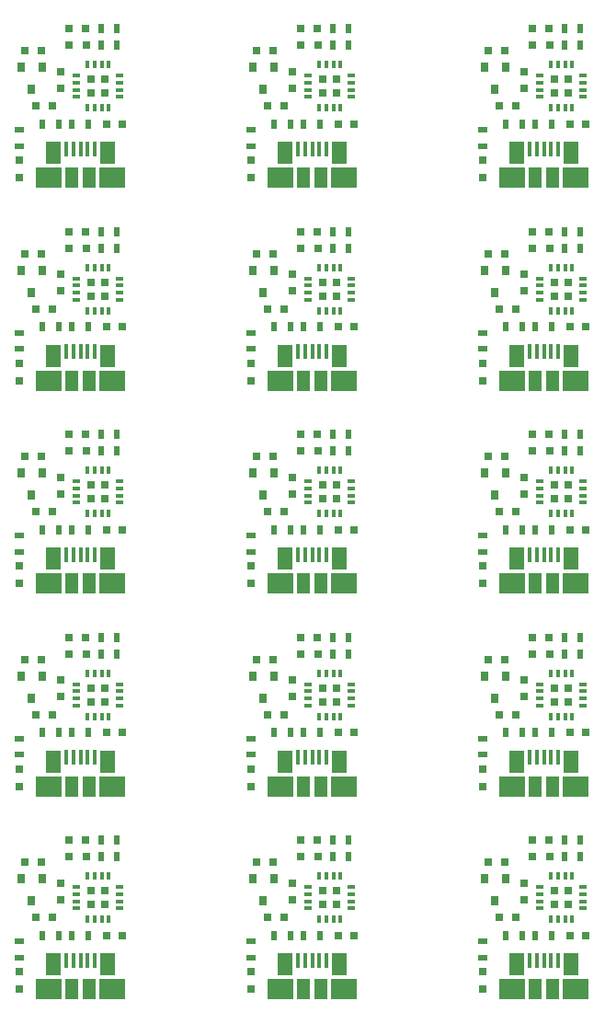
<source format=gtp>
G04 #@! TF.FileFunction,Paste,Top*
%FSLAX46Y46*%
G04 Gerber Fmt 4.6, Leading zero omitted, Abs format (unit mm)*
G04 Created by KiCad (PCBNEW 4.0.5+dfsg1-4) date Mon Jul 16 11:57:44 2018*
%MOMM*%
%LPD*%
G01*
G04 APERTURE LIST*
%ADD10C,0.100000*%
%ADD11R,0.900000X0.500000*%
%ADD12R,0.800000X0.800000*%
%ADD13R,0.800000X0.900000*%
%ADD14R,0.800000X0.750000*%
%ADD15R,0.500000X0.900000*%
%ADD16R,0.450000X1.380000*%
%ADD17R,1.475000X2.100000*%
%ADD18R,2.375000X1.900000*%
%ADD19R,1.175000X1.900000*%
%ADD20R,0.750000X0.800000*%
%ADD21R,0.800000X0.350000*%
%ADD22R,0.350000X0.800000*%
%ADD23R,0.750000X0.750000*%
G04 APERTURE END LIST*
D10*
D11*
X165100000Y-137160000D03*
X165100000Y-135660000D03*
D12*
X165100000Y-138481000D03*
X165100000Y-140081000D03*
D13*
X167193000Y-129937000D03*
X165293000Y-129937000D03*
X166243000Y-131937000D03*
D14*
X167120000Y-128397000D03*
X165620000Y-128397000D03*
D11*
X143764000Y-137160000D03*
X143764000Y-135660000D03*
D12*
X143764000Y-138481000D03*
X143764000Y-140081000D03*
D14*
X146788000Y-133477000D03*
X145288000Y-133477000D03*
D15*
X145923000Y-135128000D03*
X147423000Y-135128000D03*
D16*
X148101000Y-137421000D03*
X148751000Y-137421000D03*
X149401000Y-137421000D03*
X150051000Y-137421000D03*
X150701000Y-137421000D03*
D17*
X146938500Y-137781000D03*
X151863500Y-137781000D03*
D18*
X146491000Y-140081000D03*
X152311000Y-140081000D03*
D19*
X148561000Y-140081000D03*
X150241000Y-140081000D03*
D14*
X153289000Y-135128000D03*
X151789000Y-135128000D03*
D15*
X150102000Y-135128000D03*
X148602000Y-135128000D03*
X151269000Y-126365000D03*
X152769000Y-126365000D03*
D12*
X149898000Y-126365000D03*
X148298000Y-126365000D03*
D20*
X147574000Y-131814000D03*
X147574000Y-130314000D03*
D21*
X149035000Y-130683000D03*
X149035000Y-131333000D03*
X149035000Y-131983000D03*
X149035000Y-132633000D03*
D22*
X150060000Y-133658000D03*
X150710000Y-133658000D03*
X151360000Y-133658000D03*
X152010000Y-133658000D03*
D21*
X153035000Y-132633000D03*
X153035000Y-131983000D03*
X153035000Y-131333000D03*
X153035000Y-130683000D03*
D22*
X152010000Y-129658000D03*
X151360000Y-129658000D03*
X150710000Y-129658000D03*
X150060000Y-129658000D03*
D23*
X151660000Y-132283000D03*
X151660000Y-131033000D03*
X150410000Y-132283000D03*
X150410000Y-131033000D03*
D12*
X149936000Y-127889000D03*
X148336000Y-127889000D03*
D15*
X151269000Y-127889000D03*
X152769000Y-127889000D03*
D20*
X168910000Y-131814000D03*
X168910000Y-130314000D03*
D21*
X170371000Y-130683000D03*
X170371000Y-131333000D03*
X170371000Y-131983000D03*
X170371000Y-132633000D03*
D22*
X171396000Y-133658000D03*
X172046000Y-133658000D03*
X172696000Y-133658000D03*
X173346000Y-133658000D03*
D21*
X174371000Y-132633000D03*
X174371000Y-131983000D03*
X174371000Y-131333000D03*
X174371000Y-130683000D03*
D22*
X173346000Y-129658000D03*
X172696000Y-129658000D03*
X172046000Y-129658000D03*
X171396000Y-129658000D03*
D23*
X172996000Y-132283000D03*
X172996000Y-131033000D03*
X171746000Y-132283000D03*
X171746000Y-131033000D03*
D14*
X174625000Y-135128000D03*
X173125000Y-135128000D03*
D15*
X171438000Y-135128000D03*
X169938000Y-135128000D03*
D16*
X169437000Y-137421000D03*
X170087000Y-137421000D03*
X170737000Y-137421000D03*
X171387000Y-137421000D03*
X172037000Y-137421000D03*
D17*
X168274500Y-137781000D03*
X173199500Y-137781000D03*
D18*
X167827000Y-140081000D03*
X173647000Y-140081000D03*
D19*
X169897000Y-140081000D03*
X171577000Y-140081000D03*
D14*
X168124000Y-133477000D03*
X166624000Y-133477000D03*
D15*
X167259000Y-135128000D03*
X168759000Y-135128000D03*
X172605000Y-126365000D03*
X174105000Y-126365000D03*
D12*
X171272000Y-127889000D03*
X169672000Y-127889000D03*
D15*
X172605000Y-127889000D03*
X174105000Y-127889000D03*
D12*
X171234000Y-126365000D03*
X169634000Y-126365000D03*
D11*
X122428000Y-137160000D03*
X122428000Y-135660000D03*
D12*
X122428000Y-138481000D03*
X122428000Y-140081000D03*
D16*
X126765000Y-137421000D03*
X127415000Y-137421000D03*
X128065000Y-137421000D03*
X128715000Y-137421000D03*
X129365000Y-137421000D03*
D17*
X125602500Y-137781000D03*
X130527500Y-137781000D03*
D18*
X125155000Y-140081000D03*
X130975000Y-140081000D03*
D19*
X127225000Y-140081000D03*
X128905000Y-140081000D03*
D14*
X131953000Y-135128000D03*
X130453000Y-135128000D03*
D15*
X128766000Y-135128000D03*
X127266000Y-135128000D03*
D21*
X127699000Y-130683000D03*
X127699000Y-131333000D03*
X127699000Y-131983000D03*
X127699000Y-132633000D03*
D22*
X128724000Y-133658000D03*
X129374000Y-133658000D03*
X130024000Y-133658000D03*
X130674000Y-133658000D03*
D21*
X131699000Y-132633000D03*
X131699000Y-131983000D03*
X131699000Y-131333000D03*
X131699000Y-130683000D03*
D22*
X130674000Y-129658000D03*
X130024000Y-129658000D03*
X129374000Y-129658000D03*
X128724000Y-129658000D03*
D23*
X130324000Y-132283000D03*
X130324000Y-131033000D03*
X129074000Y-132283000D03*
X129074000Y-131033000D03*
D15*
X129933000Y-127889000D03*
X131433000Y-127889000D03*
D12*
X128600000Y-127889000D03*
X127000000Y-127889000D03*
X128562000Y-126365000D03*
X126962000Y-126365000D03*
D15*
X129933000Y-126365000D03*
X131433000Y-126365000D03*
X124587000Y-135128000D03*
X126087000Y-135128000D03*
D14*
X125452000Y-133477000D03*
X123952000Y-133477000D03*
X124448000Y-128397000D03*
X122948000Y-128397000D03*
D20*
X126238000Y-131814000D03*
X126238000Y-130314000D03*
D13*
X124521000Y-129937000D03*
X122621000Y-129937000D03*
X123571000Y-131937000D03*
D14*
X145784000Y-128397000D03*
X144284000Y-128397000D03*
D13*
X145857000Y-129937000D03*
X143957000Y-129937000D03*
X144907000Y-131937000D03*
D15*
X129933000Y-109220000D03*
X131433000Y-109220000D03*
X129933000Y-107696000D03*
X131433000Y-107696000D03*
D12*
X128600000Y-109220000D03*
X127000000Y-109220000D03*
X128562000Y-107696000D03*
X126962000Y-107696000D03*
D16*
X126765000Y-118752000D03*
X127415000Y-118752000D03*
X128065000Y-118752000D03*
X128715000Y-118752000D03*
X129365000Y-118752000D03*
D17*
X125602500Y-119112000D03*
X130527500Y-119112000D03*
D18*
X125155000Y-121412000D03*
X130975000Y-121412000D03*
D19*
X127225000Y-121412000D03*
X128905000Y-121412000D03*
D14*
X125452000Y-114808000D03*
X123952000Y-114808000D03*
D21*
X127699000Y-112014000D03*
X127699000Y-112664000D03*
X127699000Y-113314000D03*
X127699000Y-113964000D03*
D22*
X128724000Y-114989000D03*
X129374000Y-114989000D03*
X130024000Y-114989000D03*
X130674000Y-114989000D03*
D21*
X131699000Y-113964000D03*
X131699000Y-113314000D03*
X131699000Y-112664000D03*
X131699000Y-112014000D03*
D22*
X130674000Y-110989000D03*
X130024000Y-110989000D03*
X129374000Y-110989000D03*
X128724000Y-110989000D03*
D23*
X130324000Y-113614000D03*
X130324000Y-112364000D03*
X129074000Y-113614000D03*
X129074000Y-112364000D03*
D15*
X128766000Y-116459000D03*
X127266000Y-116459000D03*
X124587000Y-116459000D03*
X126087000Y-116459000D03*
D14*
X131953000Y-116459000D03*
X130453000Y-116459000D03*
D20*
X126238000Y-113145000D03*
X126238000Y-111645000D03*
D12*
X122428000Y-119812000D03*
X122428000Y-121412000D03*
D11*
X122428000Y-118491000D03*
X122428000Y-116991000D03*
D13*
X124521000Y-111268000D03*
X122621000Y-111268000D03*
X123571000Y-113268000D03*
D14*
X124448000Y-109728000D03*
X122948000Y-109728000D03*
X174625000Y-116459000D03*
X173125000Y-116459000D03*
D15*
X171438000Y-116459000D03*
X169938000Y-116459000D03*
D16*
X169437000Y-118752000D03*
X170087000Y-118752000D03*
X170737000Y-118752000D03*
X171387000Y-118752000D03*
X172037000Y-118752000D03*
D17*
X168274500Y-119112000D03*
X173199500Y-119112000D03*
D18*
X167827000Y-121412000D03*
X173647000Y-121412000D03*
D19*
X169897000Y-121412000D03*
X171577000Y-121412000D03*
D14*
X168124000Y-114808000D03*
X166624000Y-114808000D03*
D15*
X167259000Y-116459000D03*
X168759000Y-116459000D03*
D12*
X165100000Y-119812000D03*
X165100000Y-121412000D03*
D11*
X165100000Y-118491000D03*
X165100000Y-116991000D03*
D14*
X167120000Y-109728000D03*
X165620000Y-109728000D03*
D13*
X167193000Y-111268000D03*
X165293000Y-111268000D03*
X166243000Y-113268000D03*
D15*
X172605000Y-107696000D03*
X174105000Y-107696000D03*
D21*
X170371000Y-112014000D03*
X170371000Y-112664000D03*
X170371000Y-113314000D03*
X170371000Y-113964000D03*
D22*
X171396000Y-114989000D03*
X172046000Y-114989000D03*
X172696000Y-114989000D03*
X173346000Y-114989000D03*
D21*
X174371000Y-113964000D03*
X174371000Y-113314000D03*
X174371000Y-112664000D03*
X174371000Y-112014000D03*
D22*
X173346000Y-110989000D03*
X172696000Y-110989000D03*
X172046000Y-110989000D03*
X171396000Y-110989000D03*
D23*
X172996000Y-113614000D03*
X172996000Y-112364000D03*
X171746000Y-113614000D03*
X171746000Y-112364000D03*
D20*
X168910000Y-113145000D03*
X168910000Y-111645000D03*
D12*
X171272000Y-109220000D03*
X169672000Y-109220000D03*
D15*
X172605000Y-109220000D03*
X174105000Y-109220000D03*
D12*
X171234000Y-107696000D03*
X169634000Y-107696000D03*
D14*
X146788000Y-114808000D03*
X145288000Y-114808000D03*
X145784000Y-109728000D03*
X144284000Y-109728000D03*
D13*
X145857000Y-111268000D03*
X143957000Y-111268000D03*
X144907000Y-113268000D03*
D16*
X148101000Y-118752000D03*
X148751000Y-118752000D03*
X149401000Y-118752000D03*
X150051000Y-118752000D03*
X150701000Y-118752000D03*
D17*
X146938500Y-119112000D03*
X151863500Y-119112000D03*
D18*
X146491000Y-121412000D03*
X152311000Y-121412000D03*
D19*
X148561000Y-121412000D03*
X150241000Y-121412000D03*
D11*
X143764000Y-118491000D03*
X143764000Y-116991000D03*
D12*
X143764000Y-119812000D03*
X143764000Y-121412000D03*
D20*
X147574000Y-113145000D03*
X147574000Y-111645000D03*
D14*
X153289000Y-116459000D03*
X151789000Y-116459000D03*
D15*
X145923000Y-116459000D03*
X147423000Y-116459000D03*
D21*
X149035000Y-112014000D03*
X149035000Y-112664000D03*
X149035000Y-113314000D03*
X149035000Y-113964000D03*
D22*
X150060000Y-114989000D03*
X150710000Y-114989000D03*
X151360000Y-114989000D03*
X152010000Y-114989000D03*
D21*
X153035000Y-113964000D03*
X153035000Y-113314000D03*
X153035000Y-112664000D03*
X153035000Y-112014000D03*
D22*
X152010000Y-110989000D03*
X151360000Y-110989000D03*
X150710000Y-110989000D03*
X150060000Y-110989000D03*
D23*
X151660000Y-113614000D03*
X151660000Y-112364000D03*
X150410000Y-113614000D03*
X150410000Y-112364000D03*
D15*
X150102000Y-116459000D03*
X148602000Y-116459000D03*
X151269000Y-107696000D03*
X152769000Y-107696000D03*
D12*
X149898000Y-107696000D03*
X148298000Y-107696000D03*
X149936000Y-109220000D03*
X148336000Y-109220000D03*
D15*
X151269000Y-109220000D03*
X152769000Y-109220000D03*
X172605000Y-89027000D03*
X174105000Y-89027000D03*
D12*
X171272000Y-90551000D03*
X169672000Y-90551000D03*
X171234000Y-89027000D03*
X169634000Y-89027000D03*
D15*
X172605000Y-90551000D03*
X174105000Y-90551000D03*
D21*
X170371000Y-93345000D03*
X170371000Y-93995000D03*
X170371000Y-94645000D03*
X170371000Y-95295000D03*
D22*
X171396000Y-96320000D03*
X172046000Y-96320000D03*
X172696000Y-96320000D03*
X173346000Y-96320000D03*
D21*
X174371000Y-95295000D03*
X174371000Y-94645000D03*
X174371000Y-93995000D03*
X174371000Y-93345000D03*
D22*
X173346000Y-92320000D03*
X172696000Y-92320000D03*
X172046000Y-92320000D03*
X171396000Y-92320000D03*
D23*
X172996000Y-94945000D03*
X172996000Y-93695000D03*
X171746000Y-94945000D03*
X171746000Y-93695000D03*
D20*
X168910000Y-94476000D03*
X168910000Y-92976000D03*
D14*
X168124000Y-96139000D03*
X166624000Y-96139000D03*
X167120000Y-91059000D03*
X165620000Y-91059000D03*
D13*
X167193000Y-92599000D03*
X165293000Y-92599000D03*
X166243000Y-94599000D03*
D15*
X171438000Y-97790000D03*
X169938000Y-97790000D03*
D11*
X165100000Y-99822000D03*
X165100000Y-98322000D03*
D16*
X169437000Y-100083000D03*
X170087000Y-100083000D03*
X170737000Y-100083000D03*
X171387000Y-100083000D03*
X172037000Y-100083000D03*
D17*
X168274500Y-100443000D03*
X173199500Y-100443000D03*
D18*
X167827000Y-102743000D03*
X173647000Y-102743000D03*
D19*
X169897000Y-102743000D03*
X171577000Y-102743000D03*
D12*
X165100000Y-101143000D03*
X165100000Y-102743000D03*
D15*
X167259000Y-97790000D03*
X168759000Y-97790000D03*
D14*
X174625000Y-97790000D03*
X173125000Y-97790000D03*
D12*
X149936000Y-90551000D03*
X148336000Y-90551000D03*
D15*
X151269000Y-90551000D03*
X152769000Y-90551000D03*
X151269000Y-89027000D03*
X152769000Y-89027000D03*
D12*
X149898000Y-89027000D03*
X148298000Y-89027000D03*
D14*
X145784000Y-91059000D03*
X144284000Y-91059000D03*
D20*
X147574000Y-94476000D03*
X147574000Y-92976000D03*
D15*
X150102000Y-97790000D03*
X148602000Y-97790000D03*
D16*
X148101000Y-100083000D03*
X148751000Y-100083000D03*
X149401000Y-100083000D03*
X150051000Y-100083000D03*
X150701000Y-100083000D03*
D17*
X146938500Y-100443000D03*
X151863500Y-100443000D03*
D18*
X146491000Y-102743000D03*
X152311000Y-102743000D03*
D19*
X148561000Y-102743000D03*
X150241000Y-102743000D03*
D13*
X145857000Y-92599000D03*
X143957000Y-92599000D03*
X144907000Y-94599000D03*
D21*
X149035000Y-93345000D03*
X149035000Y-93995000D03*
X149035000Y-94645000D03*
X149035000Y-95295000D03*
D22*
X150060000Y-96320000D03*
X150710000Y-96320000D03*
X151360000Y-96320000D03*
X152010000Y-96320000D03*
D21*
X153035000Y-95295000D03*
X153035000Y-94645000D03*
X153035000Y-93995000D03*
X153035000Y-93345000D03*
D22*
X152010000Y-92320000D03*
X151360000Y-92320000D03*
X150710000Y-92320000D03*
X150060000Y-92320000D03*
D23*
X151660000Y-94945000D03*
X151660000Y-93695000D03*
X150410000Y-94945000D03*
X150410000Y-93695000D03*
D15*
X145923000Y-97790000D03*
X147423000Y-97790000D03*
D14*
X153289000Y-97790000D03*
X151789000Y-97790000D03*
D20*
X126238000Y-94476000D03*
X126238000Y-92976000D03*
D14*
X125452000Y-96139000D03*
X123952000Y-96139000D03*
D21*
X127699000Y-93345000D03*
X127699000Y-93995000D03*
X127699000Y-94645000D03*
X127699000Y-95295000D03*
D22*
X128724000Y-96320000D03*
X129374000Y-96320000D03*
X130024000Y-96320000D03*
X130674000Y-96320000D03*
D21*
X131699000Y-95295000D03*
X131699000Y-94645000D03*
X131699000Y-93995000D03*
X131699000Y-93345000D03*
D22*
X130674000Y-92320000D03*
X130024000Y-92320000D03*
X129374000Y-92320000D03*
X128724000Y-92320000D03*
D23*
X130324000Y-94945000D03*
X130324000Y-93695000D03*
X129074000Y-94945000D03*
X129074000Y-93695000D03*
D15*
X124587000Y-97790000D03*
X126087000Y-97790000D03*
D16*
X126765000Y-100083000D03*
X127415000Y-100083000D03*
X128065000Y-100083000D03*
X128715000Y-100083000D03*
X129365000Y-100083000D03*
D17*
X125602500Y-100443000D03*
X130527500Y-100443000D03*
D18*
X125155000Y-102743000D03*
X130975000Y-102743000D03*
D19*
X127225000Y-102743000D03*
X128905000Y-102743000D03*
D15*
X128766000Y-97790000D03*
X127266000Y-97790000D03*
D14*
X131953000Y-97790000D03*
X130453000Y-97790000D03*
D13*
X124521000Y-92599000D03*
X122621000Y-92599000D03*
X123571000Y-94599000D03*
D11*
X122428000Y-99822000D03*
X122428000Y-98322000D03*
D12*
X122428000Y-101143000D03*
X122428000Y-102743000D03*
D14*
X124448000Y-91059000D03*
X122948000Y-91059000D03*
D15*
X129933000Y-89027000D03*
X131433000Y-89027000D03*
D12*
X128600000Y-90551000D03*
X127000000Y-90551000D03*
X128562000Y-89027000D03*
X126962000Y-89027000D03*
D15*
X129933000Y-90551000D03*
X131433000Y-90551000D03*
D12*
X143764000Y-101143000D03*
X143764000Y-102743000D03*
D14*
X146788000Y-96139000D03*
X145288000Y-96139000D03*
D11*
X143764000Y-99822000D03*
X143764000Y-98322000D03*
D15*
X172605000Y-71882000D03*
X174105000Y-71882000D03*
X172605000Y-70358000D03*
X174105000Y-70358000D03*
D21*
X170371000Y-74676000D03*
X170371000Y-75326000D03*
X170371000Y-75976000D03*
X170371000Y-76626000D03*
D22*
X171396000Y-77651000D03*
X172046000Y-77651000D03*
X172696000Y-77651000D03*
X173346000Y-77651000D03*
D21*
X174371000Y-76626000D03*
X174371000Y-75976000D03*
X174371000Y-75326000D03*
X174371000Y-74676000D03*
D22*
X173346000Y-73651000D03*
X172696000Y-73651000D03*
X172046000Y-73651000D03*
X171396000Y-73651000D03*
D23*
X172996000Y-76276000D03*
X172996000Y-75026000D03*
X171746000Y-76276000D03*
X171746000Y-75026000D03*
D12*
X171272000Y-71882000D03*
X169672000Y-71882000D03*
X171234000Y-70358000D03*
X169634000Y-70358000D03*
X165100000Y-82474000D03*
X165100000Y-84074000D03*
D11*
X165100000Y-81153000D03*
X165100000Y-79653000D03*
D15*
X171438000Y-79121000D03*
X169938000Y-79121000D03*
D14*
X174625000Y-79121000D03*
X173125000Y-79121000D03*
D15*
X167259000Y-79121000D03*
X168759000Y-79121000D03*
D16*
X169437000Y-81414000D03*
X170087000Y-81414000D03*
X170737000Y-81414000D03*
X171387000Y-81414000D03*
X172037000Y-81414000D03*
D17*
X168274500Y-81774000D03*
X173199500Y-81774000D03*
D18*
X167827000Y-84074000D03*
X173647000Y-84074000D03*
D19*
X169897000Y-84074000D03*
X171577000Y-84074000D03*
D14*
X168124000Y-77470000D03*
X166624000Y-77470000D03*
X167120000Y-72390000D03*
X165620000Y-72390000D03*
D13*
X167193000Y-73930000D03*
X165293000Y-73930000D03*
X166243000Y-75930000D03*
D20*
X168910000Y-75807000D03*
X168910000Y-74307000D03*
D15*
X128766000Y-79121000D03*
X127266000Y-79121000D03*
X124587000Y-79121000D03*
X126087000Y-79121000D03*
D16*
X126765000Y-81414000D03*
X127415000Y-81414000D03*
X128065000Y-81414000D03*
X128715000Y-81414000D03*
X129365000Y-81414000D03*
D17*
X125602500Y-81774000D03*
X130527500Y-81774000D03*
D18*
X125155000Y-84074000D03*
X130975000Y-84074000D03*
D19*
X127225000Y-84074000D03*
X128905000Y-84074000D03*
D14*
X131953000Y-79121000D03*
X130453000Y-79121000D03*
D21*
X127699000Y-74676000D03*
X127699000Y-75326000D03*
X127699000Y-75976000D03*
X127699000Y-76626000D03*
D22*
X128724000Y-77651000D03*
X129374000Y-77651000D03*
X130024000Y-77651000D03*
X130674000Y-77651000D03*
D21*
X131699000Y-76626000D03*
X131699000Y-75976000D03*
X131699000Y-75326000D03*
X131699000Y-74676000D03*
D22*
X130674000Y-73651000D03*
X130024000Y-73651000D03*
X129374000Y-73651000D03*
X128724000Y-73651000D03*
D23*
X130324000Y-76276000D03*
X130324000Y-75026000D03*
X129074000Y-76276000D03*
X129074000Y-75026000D03*
D21*
X149035000Y-74676000D03*
X149035000Y-75326000D03*
X149035000Y-75976000D03*
X149035000Y-76626000D03*
D22*
X150060000Y-77651000D03*
X150710000Y-77651000D03*
X151360000Y-77651000D03*
X152010000Y-77651000D03*
D21*
X153035000Y-76626000D03*
X153035000Y-75976000D03*
X153035000Y-75326000D03*
X153035000Y-74676000D03*
D22*
X152010000Y-73651000D03*
X151360000Y-73651000D03*
X150710000Y-73651000D03*
X150060000Y-73651000D03*
D23*
X151660000Y-76276000D03*
X151660000Y-75026000D03*
X150410000Y-76276000D03*
X150410000Y-75026000D03*
D15*
X151269000Y-71882000D03*
X152769000Y-71882000D03*
D12*
X149936000Y-71882000D03*
X148336000Y-71882000D03*
D15*
X151269000Y-70358000D03*
X152769000Y-70358000D03*
D20*
X147574000Y-75807000D03*
X147574000Y-74307000D03*
D12*
X149898000Y-70358000D03*
X148298000Y-70358000D03*
D14*
X124448000Y-72390000D03*
X122948000Y-72390000D03*
D13*
X124521000Y-73930000D03*
X122621000Y-73930000D03*
X123571000Y-75930000D03*
D20*
X126238000Y-75807000D03*
X126238000Y-74307000D03*
D14*
X125452000Y-77470000D03*
X123952000Y-77470000D03*
D15*
X129933000Y-70358000D03*
X131433000Y-70358000D03*
D12*
X128600000Y-71882000D03*
X127000000Y-71882000D03*
D15*
X129933000Y-71882000D03*
X131433000Y-71882000D03*
D12*
X128562000Y-70358000D03*
X126962000Y-70358000D03*
D13*
X145857000Y-73930000D03*
X143957000Y-73930000D03*
X144907000Y-75930000D03*
D14*
X145784000Y-72390000D03*
X144284000Y-72390000D03*
X146788000Y-77470000D03*
X145288000Y-77470000D03*
D11*
X122428000Y-81153000D03*
X122428000Y-79653000D03*
D12*
X122428000Y-82474000D03*
X122428000Y-84074000D03*
D15*
X150102000Y-79121000D03*
X148602000Y-79121000D03*
D14*
X153289000Y-79121000D03*
X151789000Y-79121000D03*
D15*
X145923000Y-79121000D03*
X147423000Y-79121000D03*
D16*
X148101000Y-81414000D03*
X148751000Y-81414000D03*
X149401000Y-81414000D03*
X150051000Y-81414000D03*
X150701000Y-81414000D03*
D17*
X146938500Y-81774000D03*
X151863500Y-81774000D03*
D18*
X146491000Y-84074000D03*
X152311000Y-84074000D03*
D19*
X148561000Y-84074000D03*
X150241000Y-84074000D03*
D11*
X143764000Y-81153000D03*
X143764000Y-79653000D03*
D12*
X143764000Y-82474000D03*
X143764000Y-84074000D03*
D14*
X174625000Y-60452000D03*
X173125000Y-60452000D03*
D13*
X167193000Y-55261000D03*
X165293000Y-55261000D03*
X166243000Y-57261000D03*
D14*
X167120000Y-53721000D03*
X165620000Y-53721000D03*
X168124000Y-58801000D03*
X166624000Y-58801000D03*
D15*
X172605000Y-53213000D03*
X174105000Y-53213000D03*
D21*
X170371000Y-56007000D03*
X170371000Y-56657000D03*
X170371000Y-57307000D03*
X170371000Y-57957000D03*
D22*
X171396000Y-58982000D03*
X172046000Y-58982000D03*
X172696000Y-58982000D03*
X173346000Y-58982000D03*
D21*
X174371000Y-57957000D03*
X174371000Y-57307000D03*
X174371000Y-56657000D03*
X174371000Y-56007000D03*
D22*
X173346000Y-54982000D03*
X172696000Y-54982000D03*
X172046000Y-54982000D03*
X171396000Y-54982000D03*
D23*
X172996000Y-57607000D03*
X172996000Y-56357000D03*
X171746000Y-57607000D03*
X171746000Y-56357000D03*
D20*
X168910000Y-57138000D03*
X168910000Y-55638000D03*
D15*
X172605000Y-51689000D03*
X174105000Y-51689000D03*
D11*
X165100000Y-62484000D03*
X165100000Y-60984000D03*
D12*
X171272000Y-53213000D03*
X169672000Y-53213000D03*
X171234000Y-51689000D03*
X169634000Y-51689000D03*
D16*
X169437000Y-62745000D03*
X170087000Y-62745000D03*
X170737000Y-62745000D03*
X171387000Y-62745000D03*
X172037000Y-62745000D03*
D17*
X168274500Y-63105000D03*
X173199500Y-63105000D03*
D18*
X167827000Y-65405000D03*
X173647000Y-65405000D03*
D19*
X169897000Y-65405000D03*
X171577000Y-65405000D03*
D15*
X167259000Y-60452000D03*
X168759000Y-60452000D03*
X171438000Y-60452000D03*
X169938000Y-60452000D03*
D12*
X165100000Y-63805000D03*
X165100000Y-65405000D03*
D14*
X153289000Y-60452000D03*
X151789000Y-60452000D03*
D15*
X151269000Y-51689000D03*
X152769000Y-51689000D03*
X151269000Y-53213000D03*
X152769000Y-53213000D03*
D12*
X149936000Y-53213000D03*
X148336000Y-53213000D03*
D21*
X149035000Y-56007000D03*
X149035000Y-56657000D03*
X149035000Y-57307000D03*
X149035000Y-57957000D03*
D22*
X150060000Y-58982000D03*
X150710000Y-58982000D03*
X151360000Y-58982000D03*
X152010000Y-58982000D03*
D21*
X153035000Y-57957000D03*
X153035000Y-57307000D03*
X153035000Y-56657000D03*
X153035000Y-56007000D03*
D22*
X152010000Y-54982000D03*
X151360000Y-54982000D03*
X150710000Y-54982000D03*
X150060000Y-54982000D03*
D23*
X151660000Y-57607000D03*
X151660000Y-56357000D03*
X150410000Y-57607000D03*
X150410000Y-56357000D03*
D12*
X149898000Y-51689000D03*
X148298000Y-51689000D03*
X143764000Y-63805000D03*
X143764000Y-65405000D03*
D15*
X145923000Y-60452000D03*
X147423000Y-60452000D03*
D16*
X148101000Y-62745000D03*
X148751000Y-62745000D03*
X149401000Y-62745000D03*
X150051000Y-62745000D03*
X150701000Y-62745000D03*
D17*
X146938500Y-63105000D03*
X151863500Y-63105000D03*
D18*
X146491000Y-65405000D03*
X152311000Y-65405000D03*
D19*
X148561000Y-65405000D03*
X150241000Y-65405000D03*
D11*
X143764000Y-62484000D03*
X143764000Y-60984000D03*
D15*
X150102000Y-60452000D03*
X148602000Y-60452000D03*
D14*
X145784000Y-53721000D03*
X144284000Y-53721000D03*
X146788000Y-58801000D03*
X145288000Y-58801000D03*
D20*
X147574000Y-57138000D03*
X147574000Y-55638000D03*
D13*
X145857000Y-55261000D03*
X143957000Y-55261000D03*
X144907000Y-57261000D03*
D14*
X131953000Y-60452000D03*
X130453000Y-60452000D03*
D20*
X126238000Y-57138000D03*
X126238000Y-55638000D03*
D14*
X125452000Y-58801000D03*
X123952000Y-58801000D03*
X124448000Y-53721000D03*
X122948000Y-53721000D03*
D12*
X122428000Y-63805000D03*
X122428000Y-65405000D03*
X128562000Y-51689000D03*
X126962000Y-51689000D03*
X128600000Y-53213000D03*
X127000000Y-53213000D03*
D16*
X126765000Y-62745000D03*
X127415000Y-62745000D03*
X128065000Y-62745000D03*
X128715000Y-62745000D03*
X129365000Y-62745000D03*
D17*
X125602500Y-63105000D03*
X130527500Y-63105000D03*
D18*
X125155000Y-65405000D03*
X130975000Y-65405000D03*
D19*
X127225000Y-65405000D03*
X128905000Y-65405000D03*
D15*
X124587000Y-60452000D03*
X126087000Y-60452000D03*
X128766000Y-60452000D03*
X127266000Y-60452000D03*
D11*
X122428000Y-62484000D03*
X122428000Y-60984000D03*
D15*
X129933000Y-51689000D03*
X131433000Y-51689000D03*
X129933000Y-53213000D03*
X131433000Y-53213000D03*
D21*
X127699000Y-56007000D03*
X127699000Y-56657000D03*
X127699000Y-57307000D03*
X127699000Y-57957000D03*
D22*
X128724000Y-58982000D03*
X129374000Y-58982000D03*
X130024000Y-58982000D03*
X130674000Y-58982000D03*
D21*
X131699000Y-57957000D03*
X131699000Y-57307000D03*
X131699000Y-56657000D03*
X131699000Y-56007000D03*
D22*
X130674000Y-54982000D03*
X130024000Y-54982000D03*
X129374000Y-54982000D03*
X128724000Y-54982000D03*
D23*
X130324000Y-57607000D03*
X130324000Y-56357000D03*
X129074000Y-57607000D03*
X129074000Y-56357000D03*
D13*
X124521000Y-55261000D03*
X122621000Y-55261000D03*
X123571000Y-57261000D03*
M02*

</source>
